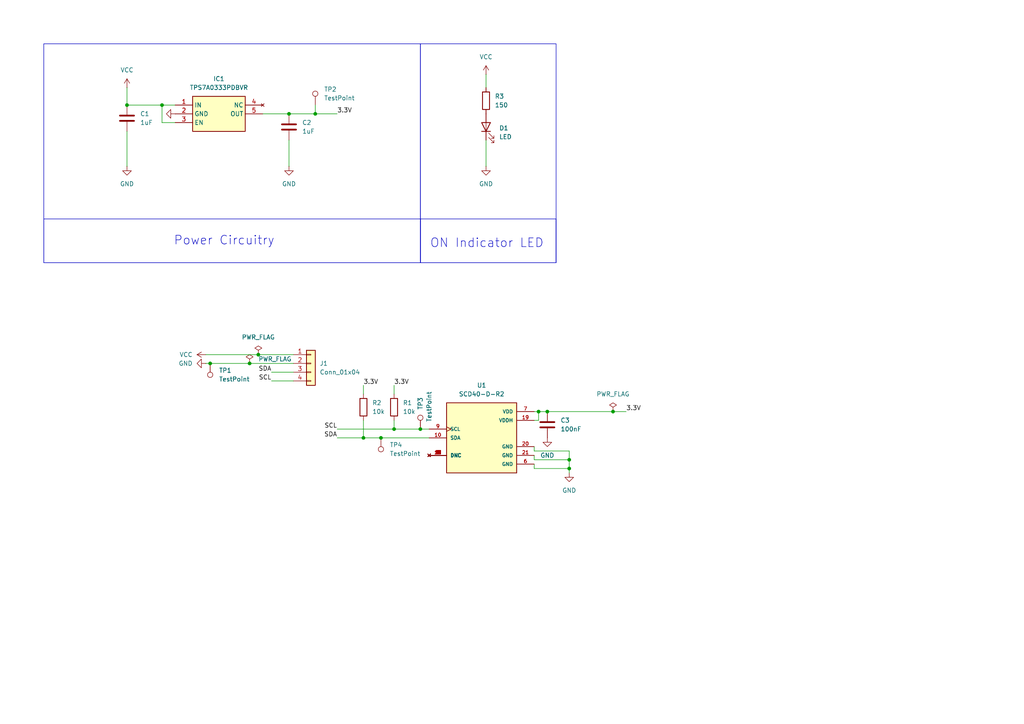
<source format=kicad_sch>
(kicad_sch (version 20250114) (generator "eeschema") (generator_version "9.0")
  (paper "A4")
  (lib_symbols
    (symbol "Connector:TestPoint" (pin_numbers (hide yes)) (pin_names (offset 0.762) (hide yes))
      (property "Reference" "TP" (at 0 6.858 0))
      (property "Value" "TestPoint" (at 0 5.08 0))
      (symbol "TestPoint_0_1"
        (circle (center 0 3.302) (radius 0.762))
      )
      (symbol "TestPoint_1_1"
        (pin passive line (at 0 0 90) (length 2.54) (name "1") (number "1"))
      )
    )
    (symbol "Connector_Generic:Conn_01x04" (pin_names (offset 1.016) (hide yes))
      (property "Reference" "J" (at 0 5.08 0))
      (property "Value" "Conn_01x04" (at 0 -7.62 0))
      (symbol "Conn_01x04_1_1"
        (rectangle (start -1.27 3.81) (end 1.27 -6.35) (stroke (width 0.254)) (fill (type background)))
        (rectangle (start -1.27 2.667) (end 0 2.413) (stroke (width 0.1524)))
        (rectangle (start -1.27 0.127) (end 0 -0.127) (stroke (width 0.1524)))
        (rectangle (start -1.27 -2.413) (end 0 -2.667) (stroke (width 0.1524)))
        (rectangle (start -1.27 -4.953) (end 0 -5.207) (stroke (width 0.1524)))
        (pin passive line (at -5.08 2.54 0) (length 3.81) (name "Pin_1") (number "1"))
        (pin passive line (at -5.08 0 0) (length 3.81) (name "Pin_2") (number "2"))
        (pin passive line (at -5.08 -2.54 0) (length 3.81) (name "Pin_3") (number "3"))
        (pin passive line (at -5.08 -5.08 0) (length 3.81) (name "Pin_4") (number "4"))
      )
    )
    (symbol "Device:C" (pin_numbers (hide yes)) (pin_names (offset 0.254))
      (property "Reference" "C" (at 0.635 2.54 0))
      (property "Value" "C" (at 0.635 -2.54 0))
      (symbol "C_0_1"
        (polyline (pts (xy -2.032 0.762) (xy 2.032 0.762)) (stroke (width 0.508)))
        (polyline (pts (xy -2.032 -0.762) (xy 2.032 -0.762)) (stroke (width 0.508)))
      )
      (symbol "C_1_1"
        (pin passive line (at 0 3.81 270) (length 2.794) (name "~") (number "1"))
        (pin passive line (at 0 -3.81 90) (length 2.794) (name "~") (number "2"))
      )
    )
    (symbol "Device:LED" (pin_numbers (hide yes)) (pin_names (offset 1.016) (hide yes))
      (property "Reference" "D" (at 0 2.54 0))
      (property "Value" "LED" (at 0 -2.54 0))
      (symbol "LED_0_1"
        (polyline (pts (xy -3.048 -0.762) (xy -4.572 -2.286) (xy -3.81 -2.286) (xy -4.572 -2.286) (xy -4.572 -1.524)))
        (polyline (pts (xy -1.778 -0.762) (xy -3.302 -2.286) (xy -2.54 -2.286) (xy -3.302 -2.286) (xy -3.302 -1.524)))
        (polyline (pts (xy -1.27 0) (xy 1.27 0)))
        (polyline (pts (xy -1.27 -1.27) (xy -1.27 1.27)) (stroke (width 0.254)))
        (polyline (pts (xy 1.27 -1.27) (xy 1.27 1.27) (xy -1.27 0) (xy 1.27 -1.27)) (stroke (width 0.254)))
      )
      (symbol "LED_1_1"
        (pin passive line (at -3.81 0 0) (length 2.54) (name "K") (number "1"))
        (pin passive line (at 3.81 0 180) (length 2.54) (name "A") (number "2"))
      )
    )
    (symbol "Device:R" (pin_numbers (hide yes)) (pin_names (offset 0))
      (property "Reference" "R" (at 2.032 0 90))
      (property "Value" "R" (at 0 0 90))
      (symbol "R_0_1"
        (rectangle (start -1.016 -2.54) (end 1.016 2.54) (stroke (width 0.254)))
      )
      (symbol "R_1_1"
        (pin passive line (at 0 3.81 270) (length 1.27) (name "~") (number "1"))
        (pin passive line (at 0 -3.81 90) (length 1.27) (name "~") (number "2"))
      )
    )
    (symbol "SCD40-D-R2:SCD40-D-R2" (pin_names (offset 1.016))
      (property "Reference" "U1" (at 0 15.24 0))
      (property "Value" "SCD40-D-R2" (at 0 12.7 0))
      (symbol "SCD40-D-R2_0_0"
        (rectangle (start -10.16 -10.16) (end 10.16 10.16) (stroke (width 0.254)) (fill (type background)))
        (pin input clock (at -15.24 2.54 0) (length 5.08) (name "SCL") (number "9"))
        (pin bidirectional line (at -15.24 0 0) (length 5.08) (name "SDA") (number "10"))
        (pin no_connect line (at -15.24 -5.08 0) (length 5.08) (name "DNC") (number "1"))
        (pin no_connect line (at -15.24 -5.08 0) (length 5.08) (name "DNC") (number "11"))
        (pin no_connect line (at -15.24 -5.08 0) (length 5.08) (name "DNC") (number "12"))
        (pin no_connect line (at -15.24 -5.08 0) (length 5.08) (name "DNC") (number "13"))
        (pin no_connect line (at -15.24 -5.08 0) (length 5.08) (name "DNC") (number "14"))
        (pin no_connect line (at -15.24 -5.08 0) (length 5.08) (name "DNC") (number "15"))
        (pin no_connect line (at -15.24 -5.08 0) (length 5.08) (name "DNC") (number "16"))
        (pin no_connect line (at -15.24 -5.08 0) (length 5.08) (name "DNC") (number "17"))
        (pin no_connect line (at -15.24 -5.08 0) (length 5.08) (name "DNC") (number "18"))
        (pin no_connect line (at -15.24 -5.08 0) (length 5.08) (name "DNC") (number "2"))
        (pin no_connect line (at -15.24 -5.08 0) (length 5.08) (name "DNC") (number "3"))
        (pin no_connect line (at -15.24 -5.08 0) (length 5.08) (name "DNC") (number "4"))
        (pin no_connect line (at -15.24 -5.08 0) (length 5.08) (name "DNC") (number "5"))
        (pin no_connect line (at -15.24 -5.08 0) (length 5.08) (name "DNC") (number "8"))
        (pin power_in line (at 15.24 7.62 180) (length 5.08) (name "VDD") (number "7"))
        (pin power_in line (at 15.24 5.08 180) (length 5.08) (name "VDDH") (number "19"))
        (pin power_in line (at 15.24 -2.54 180) (length 5.08) (name "GND") (number "20"))
        (pin power_in line (at 15.24 -5.08 180) (length 5.08) (name "GND") (number "21"))
        (pin power_in line (at 15.24 -7.62 180) (length 5.08) (name "GND") (number "6"))
      )
    )
    (symbol "TPS7A0333PDBVR:TPS7A0333PDBVR"
      (property "Reference" "IC" (at 21.59 7.62 0))
      (property "Value" "TPS7A0333PDBVR" (at 21.59 5.08 0))
      (symbol "TPS7A0333PDBVR_1_1"
        (rectangle (start 5.08 2.54) (end 20.32 -7.62) (stroke (width 0.254)) (fill (type background)))
        (pin passive line (at 0 0 0) (length 5.08) (name "IN") (number "1"))
        (pin passive line (at 0 -2.54 0) (length 5.08) (name "GND") (number "2"))
        (pin passive line (at 0 -5.08 0) (length 5.08) (name "EN") (number "3"))
        (pin no_connect line (at 25.4 0 180) (length 5.08) (name "NC") (number "4"))
        (pin passive line (at 25.4 -2.54 180) (length 5.08) (name "OUT") (number "5"))
      )
    )
    (symbol "power:GND" (power) (pin_numbers (hide yes)) (pin_names (offset 0) (hide yes))
      (property "Value" "GND" (at 0 -3.81 0))
      (symbol "GND_0_1"
        (polyline (pts (xy 0 0) (xy 0 -1.27) (xy 1.27 -1.27) (xy 0 -2.54) (xy -1.27 -1.27) (xy 0 -1.27)))
      )
      (symbol "GND_1_1"
        (pin power_in line (at 0 0 270) (length 0) (name "~") (number "1"))
      )
    )
    (symbol "power:PWR_FLAG" (power) (pin_numbers (hide yes)) (pin_names (offset 0) (hide yes))
      (property "Value" "PWR_FLAG" (at 0 3.81 0))
      (symbol "PWR_FLAG_0_0"
        (pin power_out line (at 0 0 90) (length 0) (name "~") (number "1"))
      )
      (symbol "PWR_FLAG_0_1"
        (polyline (pts (xy 0 0) (xy 0 1.27) (xy -1.016 1.905) (xy 0 2.54) (xy 1.016 1.905) (xy 0 1.27)))
      )
    )
    (symbol "power:VCC" (power) (pin_numbers (hide yes)) (pin_names (offset 0) (hide yes))
      (property "Value" "VCC" (at 0 3.556 0))
      (symbol "VCC_0_1"
        (polyline (pts (xy -0.762 1.27) (xy 0 2.54)))
        (polyline (pts (xy 0 2.54) (xy 0.762 1.27)))
        (polyline (pts (xy 0 0) (xy 0 2.54)))
      )
      (symbol "VCC_1_1"
        (pin power_in line (at 0 0 90) (length 0) (name "~") (number "1"))
      )
    )
  )
  (rectangle (start 121.92 12.7) (end 161.29 76.2))
  (rectangle (start 121.92 63.5) (end 161.29 76.2))
  (rectangle (start 12.7 63.5) (end 121.92 76.2))
  (rectangle (start 12.7 12.7) (end 121.92 76.2))
  (text "ON Indicator LED" (at 141.224 70.612 0) (effects (font (size 2.54 2.54))))
  (text "Power Circuitry" (at 65.024 69.85 0) (effects (font (size 2.54 2.54))))
  (junction (at 83.82 33.02))
  (junction (at 36.83 30.48))
  (junction (at 46.99 30.48))
  (junction (at 165.1 133.35))
  (junction (at 60.96 105.41))
  (junction (at 156.21 119.38))
  (junction (at 110.49 127))
  (junction (at 177.8 119.38))
  (junction (at 114.3 124.46))
  (junction (at 165.1 135.89))
  (junction (at 158.75 119.38))
  (junction (at 74.93 102.87))
  (junction (at 105.41 127))
  (junction (at 72.39 105.41))
  (junction (at 121.92 124.46))
  (junction (at 91.44 33.02))
  (wire (pts (xy 154.94 133.35) (xy 154.94 132.08)))
  (wire (pts (xy 154.94 121.92) (xy 156.21 121.92)))
  (wire (pts (xy 154.94 130.81) (xy 165.1 130.81)))
  (wire (pts (xy 83.82 33.02) (xy 91.44 33.02)))
  (wire (pts (xy 74.93 102.87) (xy 85.09 102.87)))
  (wire (pts (xy 91.44 30.48) (xy 91.44 33.02)))
  (wire (pts (xy 154.94 119.38) (xy 156.21 119.38)))
  (wire (pts (xy 97.79 127) (xy 105.41 127)))
  (wire (pts (xy 114.3 124.46) (xy 121.92 124.46)))
  (wire (pts (xy 105.41 121.92) (xy 105.41 127)))
  (wire (pts (xy 50.8 35.56) (xy 46.99 35.56)))
  (wire (pts (xy 83.82 40.64) (xy 83.82 48.26)))
  (wire (pts (xy 156.21 121.92) (xy 156.21 119.38)))
  (wire (pts (xy 91.44 33.02) (xy 97.79 33.02)))
  (wire (pts (xy 140.97 40.64) (xy 140.97 48.26)))
  (wire (pts (xy 140.97 21.59) (xy 140.97 25.4)))
  (wire (pts (xy 105.41 127) (xy 110.49 127)))
  (wire (pts (xy 85.09 105.41) (xy 72.39 105.41)))
  (wire (pts (xy 76.2 33.02) (xy 83.82 33.02)))
  (wire (pts (xy 154.94 135.89) (xy 165.1 135.89)))
  (wire (pts (xy 46.99 35.56) (xy 46.99 30.48)))
  (wire (pts (xy 46.99 30.48) (xy 50.8 30.48)))
  (wire (pts (xy 121.92 124.46) (xy 124.46 124.46)))
  (wire (pts (xy 78.74 110.49) (xy 85.09 110.49)))
  (wire (pts (xy 154.94 135.89) (xy 154.94 134.62)))
  (wire (pts (xy 59.69 102.87) (xy 74.93 102.87)))
  (wire (pts (xy 110.49 127) (xy 124.46 127)))
  (wire (pts (xy 165.1 130.81) (xy 165.1 133.35)))
  (wire (pts (xy 177.8 119.38) (xy 181.61 119.38)))
  (wire (pts (xy 105.41 111.76) (xy 105.41 114.3)))
  (wire (pts (xy 36.83 30.48) (xy 46.99 30.48)))
  (wire (pts (xy 36.83 38.1) (xy 36.83 48.26)))
  (wire (pts (xy 158.75 119.38) (xy 177.8 119.38)))
  (wire (pts (xy 156.21 119.38) (xy 158.75 119.38)))
  (wire (pts (xy 114.3 121.92) (xy 114.3 124.46)))
  (wire (pts (xy 97.79 124.46) (xy 114.3 124.46)))
  (wire (pts (xy 36.83 25.4) (xy 36.83 30.48)))
  (wire (pts (xy 114.3 111.76) (xy 114.3 114.3)))
  (wire (pts (xy 60.96 105.41) (xy 59.69 105.41)))
  (wire (pts (xy 165.1 133.35) (xy 165.1 135.89)))
  (wire (pts (xy 72.39 105.41) (xy 60.96 105.41)))
  (wire (pts (xy 165.1 135.89) (xy 165.1 137.16)))
  (wire (pts (xy 154.94 130.81) (xy 154.94 129.54)))
  (wire (pts (xy 78.74 107.95) (xy 85.09 107.95)))
  (wire (pts (xy 154.94 133.35) (xy 165.1 133.35)))
  (label "SDA" (at 97.79 127 180))
  (label "SCL" (at 97.79 124.46 180))
  (label "3.3V" (at 105.41 111.76 0))
  (label "SDA" (at 78.74 107.95 180))
  (label "SCL" (at 78.74 110.49 180))
  (label "3.3V" (at 114.3 111.76 0))
  (label "3.3V" (at 181.61 119.38 0))
  (label "3.3V" (at 97.79 33.02 0))
  (symbol (lib_id "Connector:TestPoint") (at 60.96 105.41 180) (unit 1)
    (property "Reference" "TP1" (at 63.5 107.4419 0) (effects (justify right)))
    (property "Value" "TestPoint" (at 63.5 109.9819 0) (effects (justify right)))
    (property "Footprint" "TestPoint:TestPoint_Keystone_5005-5009_Compact" (effects (hide yes)))
    (property "Description" "test point" (effects (hide yes)))
  )
  (symbol (lib_id "Device:C") (at 158.75 123.19 0) (unit 1)
    (property "Reference" "C3" (at 162.56 121.9199 0) (effects (justify left)))
    (property "Value" "100nF" (at 162.56 124.4599 0) (effects (justify left)))
    (property "Footprint" "Capacitor_SMD:C_1206_3216Metric" (effects (hide yes)))
    (property "Description" "Unpolarized capacitor" (effects (hide yes)))
  )
  (symbol (lib_id "Device:R") (at 114.3 118.11 0) (unit 1)
    (property "Reference" "R1" (at 116.84 116.8399 0) (effects (justify left)))
    (property "Value" "10k" (at 116.84 119.3799 0) (effects (justify left)))
    (property "Footprint" "Resistor_SMD:R_1206_3216Metric" (effects (hide yes)))
    (property "Description" "Resistor" (effects (hide yes)))
  )
  (symbol (lib_id "Connector:TestPoint") (at 91.44 30.48 0) (unit 1)
    (property "Reference" "TP2" (at 93.98 25.9079 0) (effects (justify left)))
    (property "Value" "TestPoint" (at 93.98 28.4479 0) (effects (justify left)))
    (property "Footprint" "TestPoint:TestPoint_Keystone_5005-5009_Compact" (effects (hide yes)))
    (property "Description" "test point" (effects (hide yes)))
  )
  (symbol (lib_id "power:VCC") (at 36.83 25.4 0) (unit 1)
    (property "Reference" "#PWR03" (effects (hide yes)))
    (property "Value" "VCC" (at 36.83 20.32 0))
    (property "Description" "Power symbol creates a global label with name \"VCC\"" (effects (hide yes)))
  )
  (symbol (lib_id "Device:C") (at 83.82 36.83 0) (unit 1)
    (property "Reference" "C2" (at 87.63 35.5599 0) (effects (justify left)))
    (property "Value" "1uF" (at 87.63 38.0999 0) (effects (justify left)))
    (property "Footprint" "Capacitor_SMD:C_1206_3216Metric" (effects (hide yes)))
    (property "Description" "Unpolarized capacitor" (effects (hide yes)))
  )
  (symbol (lib_id "power:GND") (at 36.83 48.26 0) (unit 1)
    (property "Reference" "#PWR04" (effects (hide yes)))
    (property "Value" "GND" (at 36.83 53.34 0))
    (property "Description" "Power symbol creates a global label with name \"GND\" , ground" (effects (hide yes)))
  )
  (symbol (lib_id "power:GND") (at 50.8 33.02 270) (unit 1)
    (property "Reference" "#PWR05" (effects (hide yes)))
    (property "Value" "GND" (effects (hide yes)))
    (property "Description" "Power symbol creates a global label with name \"GND\" , ground" (effects (hide yes)))
  )
  (symbol (lib_id "Connector_Generic:Conn_01x04") (at 90.17 105.41 0) (unit 1)
    (property "Reference" "J1" (at 92.71 105.4099 0) (effects (justify left)))
    (property "Value" "Conn_01x04" (at 92.71 107.9499 0) (effects (justify left)))
    (property "Footprint" "Connector_PinHeader_2.54mm:PinHeader_1x04_P2.54mm_Vertical" (effects (hide yes)))
    (property "Description" "Generic connector, single row, 01x04, script generated (kicad-library-utils/schlib/autogen/connector/)" (effects (hide yes)))
  )
  (symbol (lib_id "Connector:TestPoint") (at 121.92 124.46 0) (unit 1)
    (property "Reference" "TP3" (at 121.92 118.872 90) (effects (justify left)))
    (property "Value" "TestPoint" (at 124.46 122.4279 90) (effects (justify left)))
    (property "Footprint" "TestPoint:TestPoint_Keystone_5005-5009_Compact" (effects (hide yes)))
    (property "Description" "test point" (effects (hide yes)))
  )
  (symbol (lib_id "Device:R") (at 105.41 118.11 0) (unit 1)
    (property "Reference" "R2" (at 107.95 116.8399 0) (effects (justify left)))
    (property "Value" "10k" (at 107.95 119.3799 0) (effects (justify left)))
    (property "Footprint" "Resistor_SMD:R_1206_3216Metric" (effects (hide yes)))
    (property "Description" "Resistor" (effects (hide yes)))
  )
  (symbol (lib_id "power:VCC") (at 59.69 102.87 90) (unit 1)
    (property "Reference" "#PWR01" (effects (hide yes)))
    (property "Value" "VCC" (at 55.88 102.8699 90) (effects (justify left)))
    (property "Description" "Power symbol creates a global label with name \"VCC\"" (effects (hide yes)))
  )
  (symbol (lib_id "Device:R") (at 140.97 29.21 0) (unit 1)
    (property "Reference" "R3" (at 143.51 27.9399 0) (effects (justify left)))
    (property "Value" "150" (at 143.51 30.4799 0) (effects (justify left)))
    (property "Footprint" "Resistor_SMD:R_1206_3216Metric" (effects (hide yes)))
    (property "Description" "Resistor" (effects (hide yes)))
  )
  (symbol (lib_id "power:PWR_FLAG") (at 72.39 105.41 0) (unit 1)
    (property "Reference" "#FLG02" (effects (hide yes)))
    (property "Value" "PWR_FLAG" (at 74.93 104.1399 0) (effects (justify left)))
    (property "Description" "Special symbol for telling ERC where power comes from" (effects (hide yes)))
  )
  (symbol (lib_id "power:GND") (at 59.69 105.41 270) (unit 1)
    (property "Reference" "#PWR02" (effects (hide yes)))
    (property "Value" "GND" (at 55.88 105.4099 90) (effects (justify right)))
    (property "Description" "Power symbol creates a global label with name \"GND\" , ground" (effects (hide yes)))
  )
  (symbol (lib_id "power:GND") (at 83.82 48.26 0) (unit 1)
    (property "Reference" "#PWR06" (effects (hide yes)))
    (property "Value" "GND" (at 83.82 53.34 0))
    (property "Description" "Power symbol creates a global label with name \"GND\" , ground" (effects (hide yes)))
  )
  (symbol (lib_id "power:PWR_FLAG") (at 74.93 102.87 0) (unit 1)
    (property "Reference" "#FLG01" (effects (hide yes)))
    (property "Value" "PWR_FLAG" (at 74.93 97.79 0))
    (property "Description" "Special symbol for telling ERC where power comes from" (effects (hide yes)))
  )
  (symbol (lib_id "power:GND") (at 140.97 48.26 0) (unit 1)
    (property "Reference" "#PWR012" (effects (hide yes)))
    (property "Value" "GND" (at 140.97 53.34 0))
    (property "Description" "Power symbol creates a global label with name \"GND\" , ground" (effects (hide yes)))
  )
  (symbol (lib_id "power:GND") (at 165.1 137.16 0) (unit 1)
    (property "Reference" "#PWR09" (effects (hide yes)))
    (property "Value" "GND" (at 165.1 142.24 0))
    (property "Description" "Power symbol creates a global label with name \"GND\" , ground" (effects (hide yes)))
  )
  (symbol (lib_id "TPS7A0333PDBVR:TPS7A0333PDBVR") (at 50.8 30.48 0) (unit 1)
    (property "Reference" "IC1" (at 63.5 22.86 0))
    (property "Value" "TPS7A0333PDBVR" (at 63.5 25.4 0))
    (property "Footprint" "Package_TO_SOT_SMD:SOT-23-5" (effects (hide yes)))
    (property "Datasheet" "https://www.ti.com/lit/ds/symlink/tps7a03.pdf?HQS=dis-dk-null-digikeymode-dsf-pf-null-wwe&ts=1622188030827&ref_url=https%253A%252F%252Fwww.digikey.in%252F" (effects (hide yes)))
    (property "Description" "LDO Voltage Regulators 200-mA, nanopower-IQ (200 nA), low-dropout (LDO) voltage regulator with enable 5-SOT-23 -40 to 125" (effects (hide yes)))
    (property "Height" "1.45" (effects (hide yes)))
    (property "Manufacturer_Name" "Texas Instruments" (effects (hide yes)))
    (property "Manufacturer_Part_Number" "TPS7A0333PDBVR" (effects (hide yes)))
    (property "Mouser Part Number" "595-TPS7A0333PDBVR" (effects (hide yes)))
    (property "Mouser Price/Stock" "https://www.mouser.co.uk/ProductDetail/Texas-Instruments/TPS7A0333PDBVR?qs=OlC7AqGiEDkyaMBNBZB82A%3D%3D" (effects (hide yes)))
    (property "Arrow Part Number" "TPS7A0333PDBVR" (effects (hide yes)))
    (property "Arrow Price/Stock" "https://www.arrow.com/en/products/tps7a0333pdbvr/texas-instruments?region=nac" (effects (hide yes)))
  )
  (symbol (lib_id "power:GND") (at 158.75 127 0) (unit 1)
    (property "Reference" "#PWR07" (effects (hide yes)))
    (property "Value" "GND" (at 158.75 132.08 0))
    (property "Description" "Power symbol creates a global label with name \"GND\" , ground" (effects (hide yes)))
  )
  (symbol (lib_id "Device:LED") (at 140.97 36.83 90) (unit 1)
    (property "Reference" "D1" (at 144.78 37.1474 90) (effects (justify right)))
    (property "Value" "LED" (at 144.78 39.6874 90) (effects (justify right)))
    (property "Footprint" "LED_SMD:LED_1206_3216Metric" (effects (hide yes)))
    (property "Description" "Light emitting diode" (effects (hide yes)))
    (property "Sim.Pins" "1=K 2=A" (effects (hide yes)))
  )
  (symbol (lib_id "Device:C") (at 36.83 34.29 0) (unit 1)
    (property "Reference" "C1" (at 40.64 33.0199 0) (effects (justify left)))
    (property "Value" "1uF" (at 40.64 35.5599 0) (effects (justify left)))
    (property "Footprint" "Capacitor_SMD:C_1206_3216Metric" (effects (hide yes)))
    (property "Description" "Unpolarized capacitor" (effects (hide yes)))
  )
  (symbol (lib_id "power:PWR_FLAG") (at 177.8 119.38 0) (unit 1)
    (property "Reference" "#FLG03" (effects (hide yes)))
    (property "Value" "PWR_FLAG" (at 177.8 114.3 0))
    (property "Description" "Special symbol for telling ERC where power comes from" (effects (hide yes)))
  )
  (symbol (lib_id "Connector:TestPoint") (at 110.49 127 180) (unit 1)
    (property "Reference" "TP4" (at 113.03 129.0319 0) (effects (justify right)))
    (property "Value" "TestPoint" (at 113.03 131.5719 0) (effects (justify right)))
    (property "Footprint" "TestPoint:TestPoint_Keystone_5005-5009_Compact" (effects (hide yes)))
    (property "Description" "test point" (effects (hide yes)))
  )
  (symbol (lib_id "power:VCC") (at 140.97 21.59 0) (unit 1)
    (property "Reference" "#PWR08" (effects (hide yes)))
    (property "Value" "VCC" (at 140.97 16.51 0))
    (property "Description" "Power symbol creates a global label with name \"VCC\"" (effects (hide yes)))
  )
  (symbol (lib_id "SCD40-D-R2:SCD40-D-R2") (at 139.7 127 0) (unit 1)
    (property "Reference" "U1" (at 139.7 111.76 0))
    (property "Value" "SCD40-D-R2" (at 139.7 114.3 0))
    (property "Footprint" "Sensor:Sensirion_SCD4x-1EP_10.1x10.1mm_P1.25mm_EP4.8x4.8mm" (effects (hide yes)))
    (property "MF" "Sensirion AG" (effects (hide yes)))
    (property "MAXIMUM_PACKAGE_HEIGHT" "6.8mm" (effects (hide yes)))
    (property "Package" "None" (effects (hide yes)))
    (property "Price" "None" (effects (hide yes)))
    (property "Check_prices" "https://www.snapeda.com/parts/SCD40-D-R2/Sensirion/view-part/?ref=eda" (effects (hide yes)))
    (property "STANDARD" "Manufacturer Recommendations" (effects (hide yes)))
    (property "PARTREV" "1.2" (effects (hide yes)))
    (property "SnapEDA_Link" "https://www.snapeda.com/parts/SCD40-D-R2/Sensirion/view-part/?ref=snap" (effects (hide yes)))
    (property "MP" "SCD40-D-R2" (effects (hide yes)))
    (property "Description_1" "Air Quality Sensor CO2 Sensor 2.5V/3.3V/5V 20-Pin SMD EP" (effects (hide yes)))
    (property "SNAPEDA_PN" "SCD41-D-R2" (effects (hide yes)))
    (property "Availability" "In Stock" (effects (hide yes)))
    (property "MANUFACTURER" "Sensirion" (effects (hide yes)))
  )
)
</source>
